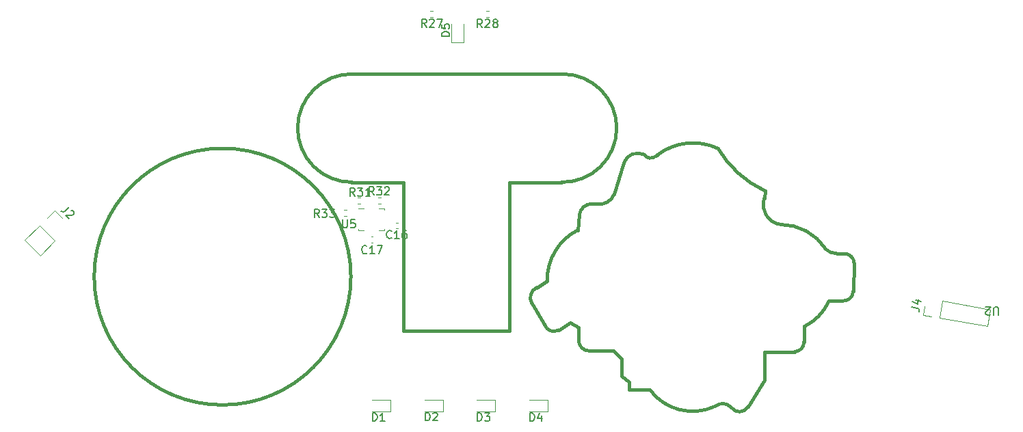
<source format=gbr>
%TF.GenerationSoftware,KiCad,Pcbnew,7.0.5*%
%TF.CreationDate,2023-08-25T10:09:23-04:00*%
%TF.ProjectId,Pro-Controller-X,50726f2d-436f-46e7-9472-6f6c6c65722d,rev?*%
%TF.SameCoordinates,Original*%
%TF.FileFunction,Legend,Top*%
%TF.FilePolarity,Positive*%
%FSLAX46Y46*%
G04 Gerber Fmt 4.6, Leading zero omitted, Abs format (unit mm)*
G04 Created by KiCad (PCBNEW 7.0.5) date 2023-08-25 10:09:23*
%MOMM*%
%LPD*%
G01*
G04 APERTURE LIST*
%ADD10C,0.150000*%
%ADD11C,0.120000*%
%ADD12C,0.400000*%
G04 APERTURE END LIST*
D10*
%TO.C,J4*%
X214422091Y-88354940D02*
X215125525Y-88478975D01*
X215125525Y-88478975D02*
X215257943Y-88550677D01*
X215257943Y-88550677D02*
X215335197Y-88661006D01*
X215335197Y-88661006D02*
X215357285Y-88809962D01*
X215357285Y-88809962D02*
X215340747Y-88903753D01*
X214907471Y-87521806D02*
X215564009Y-87637572D01*
X214490961Y-87690133D02*
X215153051Y-88048645D01*
X215153051Y-88048645D02*
X215260547Y-87439002D01*
%TO.C,D3*%
X160651905Y-102474819D02*
X160651905Y-101474819D01*
X160651905Y-101474819D02*
X160890000Y-101474819D01*
X160890000Y-101474819D02*
X161032857Y-101522438D01*
X161032857Y-101522438D02*
X161128095Y-101617676D01*
X161128095Y-101617676D02*
X161175714Y-101712914D01*
X161175714Y-101712914D02*
X161223333Y-101903390D01*
X161223333Y-101903390D02*
X161223333Y-102046247D01*
X161223333Y-102046247D02*
X161175714Y-102236723D01*
X161175714Y-102236723D02*
X161128095Y-102331961D01*
X161128095Y-102331961D02*
X161032857Y-102427200D01*
X161032857Y-102427200D02*
X160890000Y-102474819D01*
X160890000Y-102474819D02*
X160651905Y-102474819D01*
X161556667Y-101474819D02*
X162175714Y-101474819D01*
X162175714Y-101474819D02*
X161842381Y-101855771D01*
X161842381Y-101855771D02*
X161985238Y-101855771D01*
X161985238Y-101855771D02*
X162080476Y-101903390D01*
X162080476Y-101903390D02*
X162128095Y-101951009D01*
X162128095Y-101951009D02*
X162175714Y-102046247D01*
X162175714Y-102046247D02*
X162175714Y-102284342D01*
X162175714Y-102284342D02*
X162128095Y-102379580D01*
X162128095Y-102379580D02*
X162080476Y-102427200D01*
X162080476Y-102427200D02*
X161985238Y-102474819D01*
X161985238Y-102474819D02*
X161699524Y-102474819D01*
X161699524Y-102474819D02*
X161604286Y-102427200D01*
X161604286Y-102427200D02*
X161556667Y-102379580D01*
%TO.C,D1*%
X147671905Y-102484819D02*
X147671905Y-101484819D01*
X147671905Y-101484819D02*
X147910000Y-101484819D01*
X147910000Y-101484819D02*
X148052857Y-101532438D01*
X148052857Y-101532438D02*
X148148095Y-101627676D01*
X148148095Y-101627676D02*
X148195714Y-101722914D01*
X148195714Y-101722914D02*
X148243333Y-101913390D01*
X148243333Y-101913390D02*
X148243333Y-102056247D01*
X148243333Y-102056247D02*
X148195714Y-102246723D01*
X148195714Y-102246723D02*
X148148095Y-102341961D01*
X148148095Y-102341961D02*
X148052857Y-102437200D01*
X148052857Y-102437200D02*
X147910000Y-102484819D01*
X147910000Y-102484819D02*
X147671905Y-102484819D01*
X149195714Y-102484819D02*
X148624286Y-102484819D01*
X148910000Y-102484819D02*
X148910000Y-101484819D01*
X148910000Y-101484819D02*
X148814762Y-101627676D01*
X148814762Y-101627676D02*
X148719524Y-101722914D01*
X148719524Y-101722914D02*
X148624286Y-101770533D01*
%TO.C,R31*%
X145477142Y-74604819D02*
X145143809Y-74128628D01*
X144905714Y-74604819D02*
X144905714Y-73604819D01*
X144905714Y-73604819D02*
X145286666Y-73604819D01*
X145286666Y-73604819D02*
X145381904Y-73652438D01*
X145381904Y-73652438D02*
X145429523Y-73700057D01*
X145429523Y-73700057D02*
X145477142Y-73795295D01*
X145477142Y-73795295D02*
X145477142Y-73938152D01*
X145477142Y-73938152D02*
X145429523Y-74033390D01*
X145429523Y-74033390D02*
X145381904Y-74081009D01*
X145381904Y-74081009D02*
X145286666Y-74128628D01*
X145286666Y-74128628D02*
X144905714Y-74128628D01*
X145810476Y-73604819D02*
X146429523Y-73604819D01*
X146429523Y-73604819D02*
X146096190Y-73985771D01*
X146096190Y-73985771D02*
X146239047Y-73985771D01*
X146239047Y-73985771D02*
X146334285Y-74033390D01*
X146334285Y-74033390D02*
X146381904Y-74081009D01*
X146381904Y-74081009D02*
X146429523Y-74176247D01*
X146429523Y-74176247D02*
X146429523Y-74414342D01*
X146429523Y-74414342D02*
X146381904Y-74509580D01*
X146381904Y-74509580D02*
X146334285Y-74557200D01*
X146334285Y-74557200D02*
X146239047Y-74604819D01*
X146239047Y-74604819D02*
X145953333Y-74604819D01*
X145953333Y-74604819D02*
X145858095Y-74557200D01*
X145858095Y-74557200D02*
X145810476Y-74509580D01*
X147381904Y-74604819D02*
X146810476Y-74604819D01*
X147096190Y-74604819D02*
X147096190Y-73604819D01*
X147096190Y-73604819D02*
X147000952Y-73747676D01*
X147000952Y-73747676D02*
X146905714Y-73842914D01*
X146905714Y-73842914D02*
X146810476Y-73890533D01*
%TO.C,R27*%
X154344642Y-53684819D02*
X154011309Y-53208628D01*
X153773214Y-53684819D02*
X153773214Y-52684819D01*
X153773214Y-52684819D02*
X154154166Y-52684819D01*
X154154166Y-52684819D02*
X154249404Y-52732438D01*
X154249404Y-52732438D02*
X154297023Y-52780057D01*
X154297023Y-52780057D02*
X154344642Y-52875295D01*
X154344642Y-52875295D02*
X154344642Y-53018152D01*
X154344642Y-53018152D02*
X154297023Y-53113390D01*
X154297023Y-53113390D02*
X154249404Y-53161009D01*
X154249404Y-53161009D02*
X154154166Y-53208628D01*
X154154166Y-53208628D02*
X153773214Y-53208628D01*
X154725595Y-52780057D02*
X154773214Y-52732438D01*
X154773214Y-52732438D02*
X154868452Y-52684819D01*
X154868452Y-52684819D02*
X155106547Y-52684819D01*
X155106547Y-52684819D02*
X155201785Y-52732438D01*
X155201785Y-52732438D02*
X155249404Y-52780057D01*
X155249404Y-52780057D02*
X155297023Y-52875295D01*
X155297023Y-52875295D02*
X155297023Y-52970533D01*
X155297023Y-52970533D02*
X155249404Y-53113390D01*
X155249404Y-53113390D02*
X154677976Y-53684819D01*
X154677976Y-53684819D02*
X155297023Y-53684819D01*
X155630357Y-52684819D02*
X156297023Y-52684819D01*
X156297023Y-52684819D02*
X155868452Y-53684819D01*
%TO.C,C17*%
X146957142Y-81659580D02*
X146909523Y-81707200D01*
X146909523Y-81707200D02*
X146766666Y-81754819D01*
X146766666Y-81754819D02*
X146671428Y-81754819D01*
X146671428Y-81754819D02*
X146528571Y-81707200D01*
X146528571Y-81707200D02*
X146433333Y-81611961D01*
X146433333Y-81611961D02*
X146385714Y-81516723D01*
X146385714Y-81516723D02*
X146338095Y-81326247D01*
X146338095Y-81326247D02*
X146338095Y-81183390D01*
X146338095Y-81183390D02*
X146385714Y-80992914D01*
X146385714Y-80992914D02*
X146433333Y-80897676D01*
X146433333Y-80897676D02*
X146528571Y-80802438D01*
X146528571Y-80802438D02*
X146671428Y-80754819D01*
X146671428Y-80754819D02*
X146766666Y-80754819D01*
X146766666Y-80754819D02*
X146909523Y-80802438D01*
X146909523Y-80802438D02*
X146957142Y-80850057D01*
X147909523Y-81754819D02*
X147338095Y-81754819D01*
X147623809Y-81754819D02*
X147623809Y-80754819D01*
X147623809Y-80754819D02*
X147528571Y-80897676D01*
X147528571Y-80897676D02*
X147433333Y-80992914D01*
X147433333Y-80992914D02*
X147338095Y-81040533D01*
X148242857Y-80754819D02*
X148909523Y-80754819D01*
X148909523Y-80754819D02*
X148480952Y-81754819D01*
%TO.C,R28*%
X161257142Y-53734819D02*
X160923809Y-53258628D01*
X160685714Y-53734819D02*
X160685714Y-52734819D01*
X160685714Y-52734819D02*
X161066666Y-52734819D01*
X161066666Y-52734819D02*
X161161904Y-52782438D01*
X161161904Y-52782438D02*
X161209523Y-52830057D01*
X161209523Y-52830057D02*
X161257142Y-52925295D01*
X161257142Y-52925295D02*
X161257142Y-53068152D01*
X161257142Y-53068152D02*
X161209523Y-53163390D01*
X161209523Y-53163390D02*
X161161904Y-53211009D01*
X161161904Y-53211009D02*
X161066666Y-53258628D01*
X161066666Y-53258628D02*
X160685714Y-53258628D01*
X161638095Y-52830057D02*
X161685714Y-52782438D01*
X161685714Y-52782438D02*
X161780952Y-52734819D01*
X161780952Y-52734819D02*
X162019047Y-52734819D01*
X162019047Y-52734819D02*
X162114285Y-52782438D01*
X162114285Y-52782438D02*
X162161904Y-52830057D01*
X162161904Y-52830057D02*
X162209523Y-52925295D01*
X162209523Y-52925295D02*
X162209523Y-53020533D01*
X162209523Y-53020533D02*
X162161904Y-53163390D01*
X162161904Y-53163390D02*
X161590476Y-53734819D01*
X161590476Y-53734819D02*
X162209523Y-53734819D01*
X162780952Y-53163390D02*
X162685714Y-53115771D01*
X162685714Y-53115771D02*
X162638095Y-53068152D01*
X162638095Y-53068152D02*
X162590476Y-52972914D01*
X162590476Y-52972914D02*
X162590476Y-52925295D01*
X162590476Y-52925295D02*
X162638095Y-52830057D01*
X162638095Y-52830057D02*
X162685714Y-52782438D01*
X162685714Y-52782438D02*
X162780952Y-52734819D01*
X162780952Y-52734819D02*
X162971428Y-52734819D01*
X162971428Y-52734819D02*
X163066666Y-52782438D01*
X163066666Y-52782438D02*
X163114285Y-52830057D01*
X163114285Y-52830057D02*
X163161904Y-52925295D01*
X163161904Y-52925295D02*
X163161904Y-52972914D01*
X163161904Y-52972914D02*
X163114285Y-53068152D01*
X163114285Y-53068152D02*
X163066666Y-53115771D01*
X163066666Y-53115771D02*
X162971428Y-53163390D01*
X162971428Y-53163390D02*
X162780952Y-53163390D01*
X162780952Y-53163390D02*
X162685714Y-53211009D01*
X162685714Y-53211009D02*
X162638095Y-53258628D01*
X162638095Y-53258628D02*
X162590476Y-53353866D01*
X162590476Y-53353866D02*
X162590476Y-53544342D01*
X162590476Y-53544342D02*
X162638095Y-53639580D01*
X162638095Y-53639580D02*
X162685714Y-53687200D01*
X162685714Y-53687200D02*
X162780952Y-53734819D01*
X162780952Y-53734819D02*
X162971428Y-53734819D01*
X162971428Y-53734819D02*
X163066666Y-53687200D01*
X163066666Y-53687200D02*
X163114285Y-53639580D01*
X163114285Y-53639580D02*
X163161904Y-53544342D01*
X163161904Y-53544342D02*
X163161904Y-53353866D01*
X163161904Y-53353866D02*
X163114285Y-53258628D01*
X163114285Y-53258628D02*
X163066666Y-53211009D01*
X163066666Y-53211009D02*
X162971428Y-53163390D01*
%TO.C,D4*%
X167154405Y-102494819D02*
X167154405Y-101494819D01*
X167154405Y-101494819D02*
X167392500Y-101494819D01*
X167392500Y-101494819D02*
X167535357Y-101542438D01*
X167535357Y-101542438D02*
X167630595Y-101637676D01*
X167630595Y-101637676D02*
X167678214Y-101732914D01*
X167678214Y-101732914D02*
X167725833Y-101923390D01*
X167725833Y-101923390D02*
X167725833Y-102066247D01*
X167725833Y-102066247D02*
X167678214Y-102256723D01*
X167678214Y-102256723D02*
X167630595Y-102351961D01*
X167630595Y-102351961D02*
X167535357Y-102447200D01*
X167535357Y-102447200D02*
X167392500Y-102494819D01*
X167392500Y-102494819D02*
X167154405Y-102494819D01*
X168582976Y-101828152D02*
X168582976Y-102494819D01*
X168344881Y-101447200D02*
X168106786Y-102161485D01*
X168106786Y-102161485D02*
X168725833Y-102161485D01*
%TO.C,D2*%
X154204405Y-102444819D02*
X154204405Y-101444819D01*
X154204405Y-101444819D02*
X154442500Y-101444819D01*
X154442500Y-101444819D02*
X154585357Y-101492438D01*
X154585357Y-101492438D02*
X154680595Y-101587676D01*
X154680595Y-101587676D02*
X154728214Y-101682914D01*
X154728214Y-101682914D02*
X154775833Y-101873390D01*
X154775833Y-101873390D02*
X154775833Y-102016247D01*
X154775833Y-102016247D02*
X154728214Y-102206723D01*
X154728214Y-102206723D02*
X154680595Y-102301961D01*
X154680595Y-102301961D02*
X154585357Y-102397200D01*
X154585357Y-102397200D02*
X154442500Y-102444819D01*
X154442500Y-102444819D02*
X154204405Y-102444819D01*
X155156786Y-101540057D02*
X155204405Y-101492438D01*
X155204405Y-101492438D02*
X155299643Y-101444819D01*
X155299643Y-101444819D02*
X155537738Y-101444819D01*
X155537738Y-101444819D02*
X155632976Y-101492438D01*
X155632976Y-101492438D02*
X155680595Y-101540057D01*
X155680595Y-101540057D02*
X155728214Y-101635295D01*
X155728214Y-101635295D02*
X155728214Y-101730533D01*
X155728214Y-101730533D02*
X155680595Y-101873390D01*
X155680595Y-101873390D02*
X155109167Y-102444819D01*
X155109167Y-102444819D02*
X155728214Y-102444819D01*
%TO.C,C16*%
X150024642Y-79789580D02*
X149977023Y-79837200D01*
X149977023Y-79837200D02*
X149834166Y-79884819D01*
X149834166Y-79884819D02*
X149738928Y-79884819D01*
X149738928Y-79884819D02*
X149596071Y-79837200D01*
X149596071Y-79837200D02*
X149500833Y-79741961D01*
X149500833Y-79741961D02*
X149453214Y-79646723D01*
X149453214Y-79646723D02*
X149405595Y-79456247D01*
X149405595Y-79456247D02*
X149405595Y-79313390D01*
X149405595Y-79313390D02*
X149453214Y-79122914D01*
X149453214Y-79122914D02*
X149500833Y-79027676D01*
X149500833Y-79027676D02*
X149596071Y-78932438D01*
X149596071Y-78932438D02*
X149738928Y-78884819D01*
X149738928Y-78884819D02*
X149834166Y-78884819D01*
X149834166Y-78884819D02*
X149977023Y-78932438D01*
X149977023Y-78932438D02*
X150024642Y-78980057D01*
X150977023Y-79884819D02*
X150405595Y-79884819D01*
X150691309Y-79884819D02*
X150691309Y-78884819D01*
X150691309Y-78884819D02*
X150596071Y-79027676D01*
X150596071Y-79027676D02*
X150500833Y-79122914D01*
X150500833Y-79122914D02*
X150405595Y-79170533D01*
X151834166Y-78884819D02*
X151643690Y-78884819D01*
X151643690Y-78884819D02*
X151548452Y-78932438D01*
X151548452Y-78932438D02*
X151500833Y-78980057D01*
X151500833Y-78980057D02*
X151405595Y-79122914D01*
X151405595Y-79122914D02*
X151357976Y-79313390D01*
X151357976Y-79313390D02*
X151357976Y-79694342D01*
X151357976Y-79694342D02*
X151405595Y-79789580D01*
X151405595Y-79789580D02*
X151453214Y-79837200D01*
X151453214Y-79837200D02*
X151548452Y-79884819D01*
X151548452Y-79884819D02*
X151738928Y-79884819D01*
X151738928Y-79884819D02*
X151834166Y-79837200D01*
X151834166Y-79837200D02*
X151881785Y-79789580D01*
X151881785Y-79789580D02*
X151929404Y-79694342D01*
X151929404Y-79694342D02*
X151929404Y-79456247D01*
X151929404Y-79456247D02*
X151881785Y-79361009D01*
X151881785Y-79361009D02*
X151834166Y-79313390D01*
X151834166Y-79313390D02*
X151738928Y-79265771D01*
X151738928Y-79265771D02*
X151548452Y-79265771D01*
X151548452Y-79265771D02*
X151453214Y-79313390D01*
X151453214Y-79313390D02*
X151405595Y-79361009D01*
X151405595Y-79361009D02*
X151357976Y-79456247D01*
%TO.C,D5*%
X157204819Y-54838094D02*
X156204819Y-54838094D01*
X156204819Y-54838094D02*
X156204819Y-54599999D01*
X156204819Y-54599999D02*
X156252438Y-54457142D01*
X156252438Y-54457142D02*
X156347676Y-54361904D01*
X156347676Y-54361904D02*
X156442914Y-54314285D01*
X156442914Y-54314285D02*
X156633390Y-54266666D01*
X156633390Y-54266666D02*
X156776247Y-54266666D01*
X156776247Y-54266666D02*
X156966723Y-54314285D01*
X156966723Y-54314285D02*
X157061961Y-54361904D01*
X157061961Y-54361904D02*
X157157200Y-54457142D01*
X157157200Y-54457142D02*
X157204819Y-54599999D01*
X157204819Y-54599999D02*
X157204819Y-54838094D01*
X156204819Y-53361904D02*
X156204819Y-53838094D01*
X156204819Y-53838094D02*
X156681009Y-53885713D01*
X156681009Y-53885713D02*
X156633390Y-53838094D01*
X156633390Y-53838094D02*
X156585771Y-53742856D01*
X156585771Y-53742856D02*
X156585771Y-53504761D01*
X156585771Y-53504761D02*
X156633390Y-53409523D01*
X156633390Y-53409523D02*
X156681009Y-53361904D01*
X156681009Y-53361904D02*
X156776247Y-53314285D01*
X156776247Y-53314285D02*
X157014342Y-53314285D01*
X157014342Y-53314285D02*
X157109580Y-53361904D01*
X157109580Y-53361904D02*
X157157200Y-53409523D01*
X157157200Y-53409523D02*
X157204819Y-53504761D01*
X157204819Y-53504761D02*
X157204819Y-53742856D01*
X157204819Y-53742856D02*
X157157200Y-53838094D01*
X157157200Y-53838094D02*
X157109580Y-53885713D01*
%TO.C,U2*%
X225161904Y-89345180D02*
X225161904Y-88535657D01*
X225161904Y-88535657D02*
X225114285Y-88440419D01*
X225114285Y-88440419D02*
X225066666Y-88392800D01*
X225066666Y-88392800D02*
X224971428Y-88345180D01*
X224971428Y-88345180D02*
X224780952Y-88345180D01*
X224780952Y-88345180D02*
X224685714Y-88392800D01*
X224685714Y-88392800D02*
X224638095Y-88440419D01*
X224638095Y-88440419D02*
X224590476Y-88535657D01*
X224590476Y-88535657D02*
X224590476Y-89345180D01*
X224161904Y-89249942D02*
X224114285Y-89297561D01*
X224114285Y-89297561D02*
X224019047Y-89345180D01*
X224019047Y-89345180D02*
X223780952Y-89345180D01*
X223780952Y-89345180D02*
X223685714Y-89297561D01*
X223685714Y-89297561D02*
X223638095Y-89249942D01*
X223638095Y-89249942D02*
X223590476Y-89154704D01*
X223590476Y-89154704D02*
X223590476Y-89059466D01*
X223590476Y-89059466D02*
X223638095Y-88916609D01*
X223638095Y-88916609D02*
X224209523Y-88345180D01*
X224209523Y-88345180D02*
X223590476Y-88345180D01*
%TO.C,J2*%
X110098919Y-76029676D02*
X109593843Y-76534752D01*
X109593843Y-76534752D02*
X109459156Y-76602096D01*
X109459156Y-76602096D02*
X109324469Y-76602096D01*
X109324469Y-76602096D02*
X109189782Y-76534752D01*
X109189782Y-76534752D02*
X109122438Y-76467409D01*
X110334622Y-76400065D02*
X110401965Y-76400065D01*
X110401965Y-76400065D02*
X110502980Y-76433737D01*
X110502980Y-76433737D02*
X110671339Y-76602096D01*
X110671339Y-76602096D02*
X110705011Y-76703111D01*
X110705011Y-76703111D02*
X110705011Y-76770455D01*
X110705011Y-76770455D02*
X110671339Y-76871470D01*
X110671339Y-76871470D02*
X110603996Y-76938813D01*
X110603996Y-76938813D02*
X110469309Y-77006157D01*
X110469309Y-77006157D02*
X109661187Y-77006157D01*
X109661187Y-77006157D02*
X110098919Y-77443890D01*
%TO.C,R32*%
X147857142Y-74484819D02*
X147523809Y-74008628D01*
X147285714Y-74484819D02*
X147285714Y-73484819D01*
X147285714Y-73484819D02*
X147666666Y-73484819D01*
X147666666Y-73484819D02*
X147761904Y-73532438D01*
X147761904Y-73532438D02*
X147809523Y-73580057D01*
X147809523Y-73580057D02*
X147857142Y-73675295D01*
X147857142Y-73675295D02*
X147857142Y-73818152D01*
X147857142Y-73818152D02*
X147809523Y-73913390D01*
X147809523Y-73913390D02*
X147761904Y-73961009D01*
X147761904Y-73961009D02*
X147666666Y-74008628D01*
X147666666Y-74008628D02*
X147285714Y-74008628D01*
X148190476Y-73484819D02*
X148809523Y-73484819D01*
X148809523Y-73484819D02*
X148476190Y-73865771D01*
X148476190Y-73865771D02*
X148619047Y-73865771D01*
X148619047Y-73865771D02*
X148714285Y-73913390D01*
X148714285Y-73913390D02*
X148761904Y-73961009D01*
X148761904Y-73961009D02*
X148809523Y-74056247D01*
X148809523Y-74056247D02*
X148809523Y-74294342D01*
X148809523Y-74294342D02*
X148761904Y-74389580D01*
X148761904Y-74389580D02*
X148714285Y-74437200D01*
X148714285Y-74437200D02*
X148619047Y-74484819D01*
X148619047Y-74484819D02*
X148333333Y-74484819D01*
X148333333Y-74484819D02*
X148238095Y-74437200D01*
X148238095Y-74437200D02*
X148190476Y-74389580D01*
X149190476Y-73580057D02*
X149238095Y-73532438D01*
X149238095Y-73532438D02*
X149333333Y-73484819D01*
X149333333Y-73484819D02*
X149571428Y-73484819D01*
X149571428Y-73484819D02*
X149666666Y-73532438D01*
X149666666Y-73532438D02*
X149714285Y-73580057D01*
X149714285Y-73580057D02*
X149761904Y-73675295D01*
X149761904Y-73675295D02*
X149761904Y-73770533D01*
X149761904Y-73770533D02*
X149714285Y-73913390D01*
X149714285Y-73913390D02*
X149142857Y-74484819D01*
X149142857Y-74484819D02*
X149761904Y-74484819D01*
%TO.C,R33*%
X141057142Y-77254819D02*
X140723809Y-76778628D01*
X140485714Y-77254819D02*
X140485714Y-76254819D01*
X140485714Y-76254819D02*
X140866666Y-76254819D01*
X140866666Y-76254819D02*
X140961904Y-76302438D01*
X140961904Y-76302438D02*
X141009523Y-76350057D01*
X141009523Y-76350057D02*
X141057142Y-76445295D01*
X141057142Y-76445295D02*
X141057142Y-76588152D01*
X141057142Y-76588152D02*
X141009523Y-76683390D01*
X141009523Y-76683390D02*
X140961904Y-76731009D01*
X140961904Y-76731009D02*
X140866666Y-76778628D01*
X140866666Y-76778628D02*
X140485714Y-76778628D01*
X141390476Y-76254819D02*
X142009523Y-76254819D01*
X142009523Y-76254819D02*
X141676190Y-76635771D01*
X141676190Y-76635771D02*
X141819047Y-76635771D01*
X141819047Y-76635771D02*
X141914285Y-76683390D01*
X141914285Y-76683390D02*
X141961904Y-76731009D01*
X141961904Y-76731009D02*
X142009523Y-76826247D01*
X142009523Y-76826247D02*
X142009523Y-77064342D01*
X142009523Y-77064342D02*
X141961904Y-77159580D01*
X141961904Y-77159580D02*
X141914285Y-77207200D01*
X141914285Y-77207200D02*
X141819047Y-77254819D01*
X141819047Y-77254819D02*
X141533333Y-77254819D01*
X141533333Y-77254819D02*
X141438095Y-77207200D01*
X141438095Y-77207200D02*
X141390476Y-77159580D01*
X142342857Y-76254819D02*
X142961904Y-76254819D01*
X142961904Y-76254819D02*
X142628571Y-76635771D01*
X142628571Y-76635771D02*
X142771428Y-76635771D01*
X142771428Y-76635771D02*
X142866666Y-76683390D01*
X142866666Y-76683390D02*
X142914285Y-76731009D01*
X142914285Y-76731009D02*
X142961904Y-76826247D01*
X142961904Y-76826247D02*
X142961904Y-77064342D01*
X142961904Y-77064342D02*
X142914285Y-77159580D01*
X142914285Y-77159580D02*
X142866666Y-77207200D01*
X142866666Y-77207200D02*
X142771428Y-77254819D01*
X142771428Y-77254819D02*
X142485714Y-77254819D01*
X142485714Y-77254819D02*
X142390476Y-77207200D01*
X142390476Y-77207200D02*
X142342857Y-77159580D01*
%TO.C,U5*%
X143960595Y-77554819D02*
X143960595Y-78364342D01*
X143960595Y-78364342D02*
X144008214Y-78459580D01*
X144008214Y-78459580D02*
X144055833Y-78507200D01*
X144055833Y-78507200D02*
X144151071Y-78554819D01*
X144151071Y-78554819D02*
X144341547Y-78554819D01*
X144341547Y-78554819D02*
X144436785Y-78507200D01*
X144436785Y-78507200D02*
X144484404Y-78459580D01*
X144484404Y-78459580D02*
X144532023Y-78364342D01*
X144532023Y-78364342D02*
X144532023Y-77554819D01*
X145484404Y-77554819D02*
X145008214Y-77554819D01*
X145008214Y-77554819D02*
X144960595Y-78031009D01*
X144960595Y-78031009D02*
X145008214Y-77983390D01*
X145008214Y-77983390D02*
X145103452Y-77935771D01*
X145103452Y-77935771D02*
X145341547Y-77935771D01*
X145341547Y-77935771D02*
X145436785Y-77983390D01*
X145436785Y-77983390D02*
X145484404Y-78031009D01*
X145484404Y-78031009D02*
X145532023Y-78126247D01*
X145532023Y-78126247D02*
X145532023Y-78364342D01*
X145532023Y-78364342D02*
X145484404Y-78459580D01*
X145484404Y-78459580D02*
X145436785Y-78507200D01*
X145436785Y-78507200D02*
X145341547Y-78554819D01*
X145341547Y-78554819D02*
X145103452Y-78554819D01*
X145103452Y-78554819D02*
X145008214Y-78507200D01*
X145008214Y-78507200D02*
X144960595Y-78459580D01*
D11*
%TO.C,J4*%
X218214452Y-87608808D02*
X224182387Y-88661116D01*
X217846318Y-89696600D02*
X218214452Y-87608808D01*
X215817614Y-89338885D02*
X216001681Y-88294989D01*
X223814253Y-90748908D02*
X224182387Y-88661116D01*
X216861510Y-89522952D02*
X215817614Y-89338885D01*
X217846318Y-89696600D02*
X223814253Y-90748908D01*
%TO.C,D3*%
X162875000Y-99855000D02*
X160590000Y-99855000D01*
X162875000Y-101325000D02*
X162875000Y-99855000D01*
X160590000Y-101325000D02*
X162875000Y-101325000D01*
%TO.C,D1*%
X149895000Y-99865000D02*
X147610000Y-99865000D01*
X149895000Y-101335000D02*
X149895000Y-99865000D01*
X147610000Y-101335000D02*
X149895000Y-101335000D01*
%TO.C,R31*%
X146167621Y-75580000D02*
X145832379Y-75580000D01*
X146167621Y-74820000D02*
X145832379Y-74820000D01*
%TO.C,R27*%
X155155121Y-52440000D02*
X154819879Y-52440000D01*
X155155121Y-51680000D02*
X154819879Y-51680000D01*
%TO.C,C17*%
X147484165Y-79640000D02*
X147715835Y-79640000D01*
X147484165Y-80360000D02*
X147715835Y-80360000D01*
%TO.C,R28*%
X162067621Y-52470000D02*
X161732379Y-52470000D01*
X162067621Y-51710000D02*
X161732379Y-51710000D01*
%TO.C,D4*%
X169377500Y-99875000D02*
X167092500Y-99875000D01*
X169377500Y-101345000D02*
X169377500Y-99875000D01*
X167092500Y-101345000D02*
X169377500Y-101345000D01*
%TO.C,D2*%
X156427500Y-99825000D02*
X154142500Y-99825000D01*
X156427500Y-101295000D02*
X156427500Y-99825000D01*
X154142500Y-101295000D02*
X156427500Y-101295000D01*
%TO.C,C16*%
X150783335Y-78630000D02*
X150551665Y-78630000D01*
X150783335Y-77910000D02*
X150551665Y-77910000D01*
%TO.C,D5*%
X158915000Y-55585000D02*
X158915000Y-53300000D01*
X157445000Y-55585000D02*
X158915000Y-55585000D01*
X157445000Y-53300000D02*
X157445000Y-55585000D01*
D12*
%TO.C,U2*%
X207188812Y-86400000D02*
X207300000Y-82948528D01*
X206100000Y-81748528D02*
X205178472Y-81730126D01*
X205884653Y-87600000D02*
X204200000Y-87600000D01*
X201100000Y-90799999D02*
X201100000Y-92700000D01*
X199900000Y-93900000D02*
X196200000Y-93900000D01*
X196277633Y-73982837D02*
X196175568Y-74891502D01*
X196200000Y-97400000D02*
X196200000Y-93900000D01*
X194185489Y-100692085D02*
X196200000Y-97400000D01*
X182747311Y-69676773D02*
X183000001Y-69500001D01*
X179400000Y-98600000D02*
X182000000Y-98600000D01*
X179400000Y-97700000D02*
X179400000Y-98600000D01*
X178500000Y-96900000D02*
X179400000Y-97700000D01*
X178500000Y-94800000D02*
X178500000Y-96900000D01*
X177599999Y-74373087D02*
X178800001Y-70500000D01*
X177500000Y-93800000D02*
X178500000Y-94800000D01*
X175514930Y-75600468D02*
X174888863Y-75589337D01*
X174500000Y-93800000D02*
X177500000Y-93800000D01*
X173300001Y-76900000D02*
X173113902Y-78827805D01*
X173200000Y-90900000D02*
X173200000Y-92500000D01*
X172200000Y-90300000D02*
X173200000Y-90900000D01*
X171200000Y-59500000D02*
X145199989Y-59500746D01*
X170702201Y-91203669D02*
X172200000Y-90300000D01*
X169300001Y-85100000D02*
X167978711Y-85957422D01*
X167400000Y-87900000D02*
X169000000Y-90600000D01*
X164600000Y-91300000D02*
X151500000Y-91300000D01*
X164600000Y-72900000D02*
X171100011Y-72899254D01*
X164600000Y-72900000D02*
X164600000Y-91300000D01*
X151500000Y-91300000D02*
X151500000Y-72900000D01*
X151500000Y-72900000D02*
X145100000Y-72900000D01*
X205884653Y-87600003D02*
G75*
G03*
X207188812Y-86400000I99997J1200003D01*
G01*
X207299972Y-82948528D02*
G75*
G03*
X206100000Y-81748528I-1199972J28D01*
G01*
X203738175Y-81169957D02*
G75*
G03*
X205178472Y-81730125I1363525J1374157D01*
G01*
X201102348Y-90804774D02*
G75*
G03*
X204199998Y-87600000I-2902348J5904774D01*
G01*
X199900000Y-93900000D02*
G75*
G03*
X201100000Y-92700000I0J1200000D01*
G01*
X203799999Y-81200000D02*
G75*
G03*
X198200000Y-78142674I-5599999J-3600000D01*
G01*
X196175568Y-74891502D02*
G75*
G03*
X198200000Y-78142674I2324432J-808498D01*
G01*
X190452426Y-68737284D02*
G75*
G03*
X196277633Y-73982836I11406864J6810134D01*
G01*
X192091713Y-100815687D02*
G75*
G03*
X194185489Y-100692085I1008287J715687D01*
G01*
X192091704Y-100815694D02*
G75*
G03*
X190121256Y-100644789I-1074704J-946206D01*
G01*
X182000001Y-98599999D02*
G75*
G03*
X190121256Y-100644787I5299999J3899999D01*
G01*
X190452424Y-68737288D02*
G75*
G03*
X183000001Y-69500001I-3100004J-6499992D01*
G01*
X181262368Y-69466355D02*
G75*
G03*
X182747310Y-69676772I837632J566355D01*
G01*
X181262367Y-69466357D02*
G75*
G03*
X178800002Y-70500000I-762367J-1633643D01*
G01*
X175514930Y-75600468D02*
G75*
G03*
X177599999Y-74373087I285070J1900468D01*
G01*
X173200000Y-92500000D02*
G75*
G03*
X174500000Y-93800000I1300000J0D01*
G01*
X174888863Y-75589338D02*
G75*
G03*
X173300002Y-76900000I-88863J-1510662D01*
G01*
X171100011Y-72899254D02*
G75*
G03*
X171200000Y-59500000I99989J6699254D01*
G01*
X169000002Y-90600000D02*
G75*
G03*
X170702201Y-91203668I1099998J400000D01*
G01*
X173113902Y-78827806D02*
G75*
G03*
X169300002Y-85100000I3086098J-6172194D01*
G01*
X167978711Y-85957422D02*
G75*
G03*
X167400000Y-87900000I621289J-1242578D01*
G01*
X145199989Y-59500746D02*
G75*
G03*
X145100000Y-72900000I-99989J-6699254D01*
G01*
X144991193Y-84600000D02*
G75*
G03*
X144991193Y-84600000I-15891193J0D01*
G01*
D11*
%TO.C,J2*%
X107361110Y-77357987D02*
X108301562Y-76417535D01*
X104624607Y-80094490D02*
X106505511Y-81975394D01*
X106463084Y-78256013D02*
X104624607Y-80094490D01*
X106463084Y-78256013D02*
X108343988Y-80136917D01*
X108301562Y-76417535D02*
X109242014Y-77357987D01*
X108343988Y-80136917D02*
X106505511Y-81975394D01*
%TO.C,R32*%
X148332379Y-74820000D02*
X148667621Y-74820000D01*
X148332379Y-75580000D02*
X148667621Y-75580000D01*
%TO.C,R33*%
X144132379Y-76320000D02*
X144467621Y-76320000D01*
X144132379Y-77080000D02*
X144467621Y-77080000D01*
%TO.C,U5*%
X148435000Y-76140000D02*
X149110000Y-76140000D01*
X145890000Y-78860000D02*
X145890000Y-78685000D01*
X149110000Y-78860000D02*
X149110000Y-78685000D01*
X146565000Y-78860000D02*
X145890000Y-78860000D01*
X148435000Y-78860000D02*
X149110000Y-78860000D01*
X149110000Y-76140000D02*
X149110000Y-76315000D01*
X146565000Y-76140000D02*
X145890000Y-76140000D01*
%TD*%
M02*

</source>
